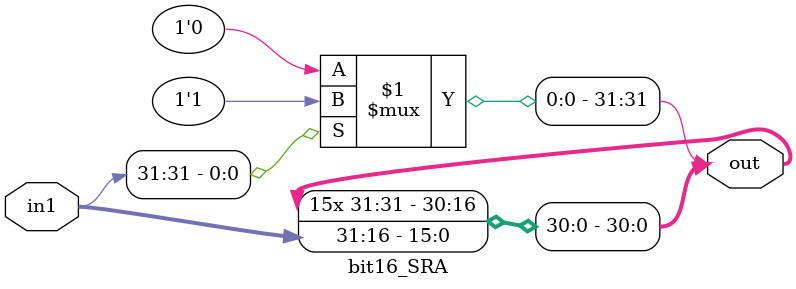
<source format=v>
module bit16_SRA(in1, out);

input [31:0] in1;
output [31:0] out;

genvar c;
   generate
	for(c=0; c<=15;c=c+1) begin: loop1
	
	assign out[c] = in1[c+16];
	
	end
	endgenerate

assign out[16] = in1[31] ? 1'b1 : 1'b0;

genvar a;
   generate
	for(a=17; a<=31;a=a+1) begin: loop2
	
	assign out[a] = out[16];
	
	end
	endgenerate

//assign out[17] = out[16];
//assign out[18] = out[16];
//assign out[19] = out[16];
//assign out[20] = out[16];
//assign out[21] = out[16];
//assign out[22] = out[16];
//assign out[23] = out[16];
//assign out[24] = out[16];
//assign out[25] = out[16];
//assign out[26] = out[16];
//assign out[27] = out[16];
//assign out[28] = out[16];
//assign out[29] = out[16];
//assign out[30] = out[16];
//assign out[31] = out[16];
endmodule
</source>
